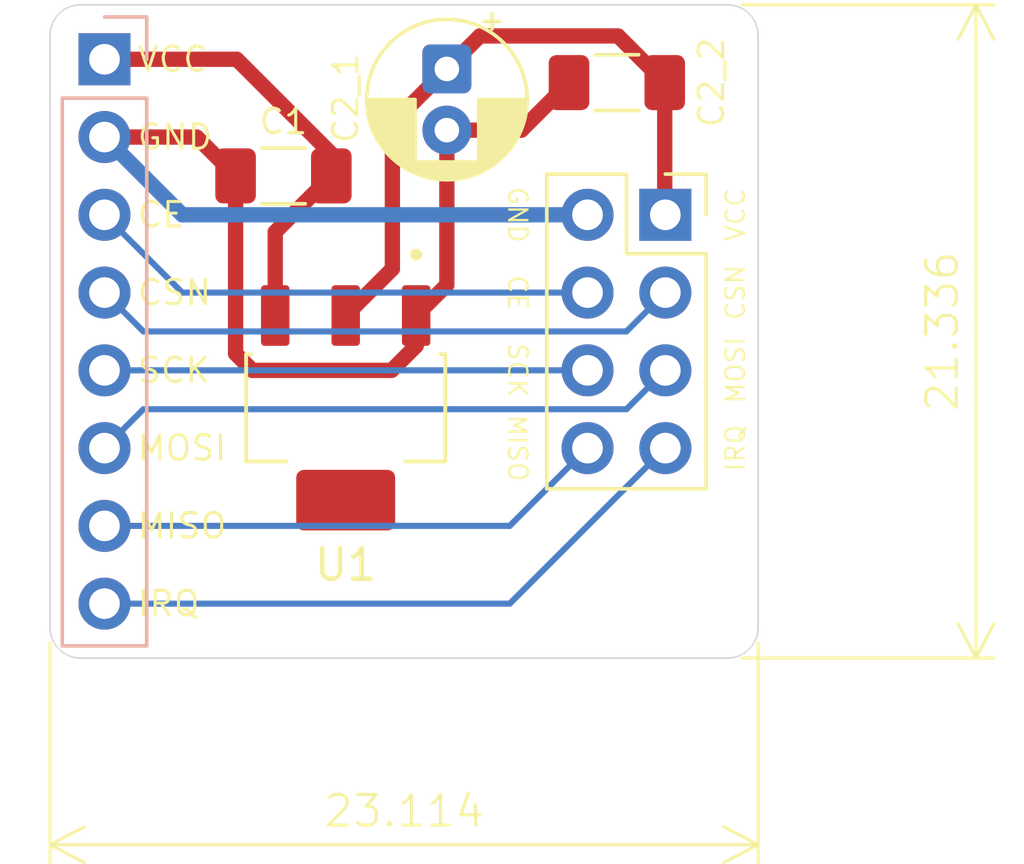
<source format=kicad_pcb>
(kicad_pcb (version 20241229) (generator "pcbnew") (generator_version "9.0")
  (layers (0 "F.Cu" signal) (2 "B.Cu" signal) (13 "F.Paste" user) (15 "B.Paste" user) (5 "F.SilkS" user "F.Silkscreen") (7 "B.SilkS" user "B.Silkscreen") (1 "F.Mask" user) (3 "B.Mask" user) (25 "Edge.Cuts" user))
  (net 0 "")
  (net 1 "IRQ")
  (net 2 "CSN")
  (net 3 "MOSI")
  (net 4 "SCk")
  (net 5 "MISO")
  (net 6 "VCC")
  (net 7 "CE")
  (net 8 "GND")
  (net 9 "3V3")
  (footprint "KiCad Models:LDL1117S50R_" (layer "F.Cu") (at 108.712 74.1225 -90)
    (property "Reference" "U1" (at 5.1255 0 0) (layer "F.SilkS"))
    (property "Value" "LDL1117S33R_")
    (fp_line (start -1.75 3.25) (end 1.75 3.25) (stroke (width 0.127)) (layer "F.SilkS"))
    (fp_line (start -1.75 3.25) (end -1.75 3.085) (stroke (width 0.127)) (layer "F.SilkS"))
    (fp_line (start 1.75 3.25) (end 1.75 1.935) (stroke (width 0.127)) (layer "F.SilkS"))
    (fp_line (start 1.75 -1.935) (end 1.75 -3.25) (stroke (width 0.127)) (layer "F.SilkS"))
    (fp_line (start -1.75 -3.25) (end -1.75 -3.085) (stroke (width 0.127)) (layer "F.SilkS"))
    (fp_line (start 1.75 -3.25) (end -1.75 -3.25) (stroke (width 0.127)) (layer "F.SilkS"))
    (fp_circle (center -5.005 -2.3) (end -4.905 -2.3) (stroke (width 0.2)) (fill no) (layer "F.SilkS"))
    (pad "1" smd roundrect (at -3.015 -2.3 270) (size 1.98 0.93) (layers "F.Cu" "F.Mask" "F.Paste") (roundrect_rratio 0.125) (net 8 "GND"))
    (pad "2" smd roundrect (at -3.015 0 270) (size 1.98 0.93) (layers "F.Cu" "F.Mask" "F.Paste") (roundrect_rratio 0.125) (net 9 "3V3"))
    (pad "3" smd roundrect (at -3.015 2.3 270) (size 1.98 0.93) (layers "F.Cu" "F.Mask" "F.Paste") (roundrect_rratio 0.125) (net 6 "VCC"))
    (pad "4" smd roundrect (at 3.015 0 270) (size 1.98 3.23) (layers "F.Cu" "F.Mask" "F.Paste") (roundrect_rratio 0.125))
  )
  (footprint "Capacitor_SMD:C_1206_3216Metric_Pad1.33x1.80mm_HandSolder" (layer "F.Cu") (at 117.5635 63.5 180)
    (property "Reference" "C2_2" (at -3.0865 0 90) (layer "F.SilkS") (effects (font (size 0.8 0.8) (thickness 0.1))))
    (property "Value" "10uF")
    (fp_line (start -0.711252 0.91) (end 0.711252 0.91) (stroke (width 0.12)) (layer "F.SilkS"))
    (fp_line (start -0.711252 -0.91) (end 0.711252 -0.91) (stroke (width 0.12)) (layer "F.SilkS"))
    (pad "1" smd roundrect (at -1.5625 0 180) (size 1.325 1.8) (layers "F.Cu" "F.Mask" "F.Paste") (roundrect_rratio 0.188679) (net 9 "3V3"))
    (pad "2" smd roundrect (at 1.5625 0 180) (size 1.325 1.8) (layers "F.Cu" "F.Mask" "F.Paste") (roundrect_rratio 0.188679) (net 8 "GND"))
  )
  (footprint "Capacitor_THT:CP_Radial_D5.0mm_P2.00mm" (layer "F.Cu") (at 112.014 63.052888 -90)
    (property "Reference" "C2_1" (at 0.955112 3.302 270) (layer "F.SilkS") (effects (font (size 0.8 0.8) (thickness 0.1))))
    (property "Value" "10uF")
    (fp_line (start 1 1.04) (end 1 2.58) (stroke (width 0.12)) (layer "F.SilkS"))
    (fp_line (start 1.04 1.04) (end 1.04 2.58) (stroke (width 0.12)) (layer "F.SilkS"))
    (fp_line (start 1.08 1.04) (end 1.08 2.579) (stroke (width 0.12)) (layer "F.SilkS"))
    (fp_line (start 1.12 1.04) (end 1.12 2.577) (stroke (width 0.12)) (layer "F.SilkS"))
    (fp_line (start 1.16 1.04) (end 1.16 2.575) (stroke (width 0.12)) (layer "F.SilkS"))
    (fp_line (start 1.2 1.04) (end 1.2 2.572) (stroke (width 0.12)) (layer "F.SilkS"))
    (fp_line (start 1.24 1.04) (end 1.24 2.569) (stroke (width 0.12)) (layer "F.SilkS"))
    (fp_line (start 1.28 1.04) (end 1.28 2.565) (stroke (width 0.12)) (layer "F.SilkS"))
    (fp_line (start 1.32 1.04) (end 1.32 2.56) (stroke (width 0.12)) (layer "F.SilkS"))
    (fp_line (start 1.36 1.04) (end 1.36 2.555) (stroke (width 0.12)) (layer "F.SilkS"))
    (fp_line (start 1.4 1.04) (end 1.4 2.549) (stroke (width 0.12)) (layer "F.SilkS"))
    (fp_line (start 1.44 1.04) (end 1.44 2.543) (stroke (width 0.12)) (layer "F.SilkS"))
    (fp_line (start 1.48 1.04) (end 1.48 2.536) (stroke (width 0.12)) (layer "F.SilkS"))
    (fp_line (start 1.52 1.04) (end 1.52 2.528) (stroke (width 0.12)) (layer "F.SilkS"))
    (fp_line (start 1.56 1.04) (end 1.56 2.519) (stroke (width 0.12)) (layer "F.SilkS"))
    (fp_line (start 1.6 1.04) (end 1.6 2.51) (stroke (width 0.12)) (layer "F.SilkS"))
    (fp_line (start 1.64 1.04) (end 1.64 2.501) (stroke (width 0.12)) (layer "F.SilkS"))
    (fp_line (start 1.68 1.04) (end 1.68 2.49) (stroke (width 0.12)) (layer "F.SilkS"))
    (fp_line (start 1.72 1.04) (end 1.72 2.479) (stroke (width 0.12)) (layer "F.SilkS"))
    (fp_line (start 1.76 1.04) (end 1.76 2.467) (stroke (width 0.12)) (layer "F.SilkS"))
    (fp_line (start 1.8 1.04) (end 1.8 2.455) (stroke (width 0.12)) (layer "F.SilkS"))
    (fp_line (start 1.84 1.04) (end 1.84 2.442) (stroke (width 0.12)) (layer "F.SilkS"))
    (fp_line (start 1.88 1.04) (end 1.88 2.428) (stroke (width 0.12)) (layer "F.SilkS"))
    (fp_line (start 1.92 1.04) (end 1.92 2.413) (stroke (width 0.12)) (layer "F.SilkS"))
    (fp_line (start 1.96 1.04) (end 1.96 2.398) (stroke (width 0.12)) (layer "F.SilkS"))
    (fp_line (start 2 1.04) (end 2 2.382) (stroke (width 0.12)) (layer "F.SilkS"))
    (fp_line (start 2.04 1.04) (end 2.04 2.365) (stroke (width 0.12)) (layer "F.SilkS"))
    (fp_line (start 2.08 1.04) (end 2.08 2.347) (stroke (width 0.12)) (layer "F.SilkS"))
    (fp_line (start 2.12 1.04) (end 2.12 2.329) (stroke (width 0.12)) (layer "F.SilkS"))
    (fp_line (start 2.16 1.04) (end 2.16 2.309) (stroke (width 0.12)) (layer "F.SilkS"))
    (fp_line (start 2.2 1.04) (end 2.2 2.289) (stroke (width 0.12)) (layer "F.SilkS"))
    (fp_line (start 2.24 1.04) (end 2.24 2.268) (stroke (width 0.12)) (layer "F.SilkS"))
    (fp_line (start 2.28 1.04) (end 2.28 2.246) (stroke (width 0.12)) (layer "F.SilkS"))
    (fp_line (start 2.32 1.04) (end 2.32 2.223) (stroke (width 0.12)) (layer "F.SilkS"))
    (fp_line (start 2.36 1.04) (end 2.36 2.199) (stroke (width 0.12)) (layer "F.SilkS"))
    (fp_line (start 2.4 1.04) (end 2.4 2.175) (stroke (width 0.12)) (layer "F.SilkS"))
    (fp_line (start 2.44 1.04) (end 2.44 2.149) (stroke (width 0.12)) (layer "F.SilkS"))
    (fp_line (start 2.48 1.04) (end 2.48 2.122) (stroke (width 0.12)) (layer "F.SilkS"))
    (fp_line (start 2.52 1.04) (end 2.52 2.094) (stroke (width 0.12)) (layer "F.SilkS"))
    (fp_line (start 2.56 1.04) (end 2.56 2.065) (stroke (width 0.12)) (layer "F.SilkS"))
    (fp_line (start 2.6 1.04) (end 2.6 2.035) (stroke (width 0.12)) (layer "F.SilkS"))
    (fp_line (start 2.64 1.04) (end 2.64 2.003) (stroke (width 0.12)) (layer "F.SilkS"))
    (fp_line (start 2.68 1.04) (end 2.68 1.97) (stroke (width 0.12)) (layer "F.SilkS"))
    (fp_line (start 2.72 1.04) (end 2.72 1.936) (stroke (width 0.12)) (layer "F.SilkS"))
    (fp_line (start 2.76 1.04) (end 2.76 1.901) (stroke (width 0.12)) (layer "F.SilkS"))
    (fp_line (start 2.8 1.04) (end 2.8 1.864) (stroke (width 0.12)) (layer "F.SilkS"))
    (fp_line (start 2.84 1.04) (end 2.84 1.825) (stroke (width 0.12)) (layer "F.SilkS"))
    (fp_line (start 2.88 1.04) (end 2.88 1.785) (stroke (width 0.12)) (layer "F.SilkS"))
    (fp_line (start 2.92 1.04) (end 2.92 1.743) (stroke (width 0.12)) (layer "F.SilkS"))
    (fp_line (start 2.96 1.04) (end 2.96 1.699) (stroke (width 0.12)) (layer "F.SilkS"))
    (fp_line (start 3 1.04) (end 3 1.652) (stroke (width 0.12)) (layer "F.SilkS"))
    (fp_line (start 3.6 -0.283) (end 3.6 0.283) (stroke (width 0.12)) (layer "F.SilkS"))
    (fp_line (start 3.56 -0.517) (end 3.56 0.517) (stroke (width 0.12)) (layer "F.SilkS"))
    (fp_line (start 3.52 -0.677) (end 3.52 0.677) (stroke (width 0.12)) (layer "F.SilkS"))
    (fp_line (start 3.48 -0.805) (end 3.48 0.805) (stroke (width 0.12)) (layer "F.SilkS"))
    (fp_line (start 3.44 -0.914) (end 3.44 0.914) (stroke (width 0.12)) (layer "F.SilkS"))
    (fp_line (start 3.4 -1.011) (end 3.4 1.011) (stroke (width 0.12)) (layer "F.SilkS"))
    (fp_line (start 3.36 -1.098) (end 3.36 1.098) (stroke (width 0.12)) (layer "F.SilkS"))
    (fp_line (start 3.32 -1.177) (end 3.32 1.177) (stroke (width 0.12)) (layer "F.SilkS"))
    (fp_line (start 3.28 -1.251) (end 3.28 1.251) (stroke (width 0.12)) (layer "F.SilkS"))
    (fp_line (start 3.24 -1.319) (end 3.24 1.319) (stroke (width 0.12)) (layer "F.SilkS"))
    (fp_line (start 3.2 -1.383) (end 3.2 1.383) (stroke (width 0.12)) (layer "F.SilkS"))
    (fp_line (start 3.16 -1.443) (end 3.16 1.443) (stroke (width 0.12)) (layer "F.SilkS"))
    (fp_line (start -1.804775 -1.475) (end -1.304775 -1.475) (stroke (width 0.12)) (layer "F.SilkS"))
    (fp_line (start 3.12 -1.499) (end 3.12 1.499) (stroke (width 0.12)) (layer "F.SilkS"))
    (fp_line (start 3.08 -1.553) (end 3.08 1.553) (stroke (width 0.12)) (layer "F.SilkS"))
    (fp_line (start 3.04 -1.604) (end 3.04 1.604) (stroke (width 0.12)) (layer "F.SilkS"))
    (fp_line (start 3 -1.652) (end 3 -1.04) (stroke (width 0.12)) (layer "F.SilkS"))
    (fp_line (start 2.96 -1.699) (end 2.96 -1.04) (stroke (width 0.12)) (layer "F.SilkS"))
    (fp_line (start -1.554775 -1.725) (end -1.554775 -1.225) (stroke (width 0.12)) (layer "F.SilkS"))
    (fp_line (start 2.92 -1.743) (end 2.92 -1.04) (stroke (width 0.12)) (layer "F.SilkS"))
    (fp_line (start 2.88 -1.785) (end 2.88 -1.04) (stroke (width 0.12)) (layer "F.SilkS"))
    (fp_line (start 2.84 -1.825) (end 2.84 -1.04) (stroke (width 0.12)) (layer "F.SilkS"))
    (fp_line (start 2.8 -1.864) (end 2.8 -1.04) (stroke (width 0.12)) (layer "F.SilkS"))
    (fp_line (start 2.76 -1.901) (end 2.76 -1.04) (stroke (width 0.12)) (layer "F.SilkS"))
    (fp_line (start 2.72 -1.936) (end 2.72 -1.04) (stroke (width 0.12)) (layer "F.SilkS"))
    (fp_line (start 2.68 -1.97) (end 2.68 -1.04) (stroke (width 0.12)) (layer "F.SilkS"))
    (fp_line (start 2.64 -2.003) (end 2.64 -1.04) (stroke (width 0.12)) (layer "F.SilkS"))
    (fp_line (start 2.6 -2.035) (end 2.6 -1.04) (stroke (width 0.12)) (layer "F.SilkS"))
    (fp_line (start 2.56 -2.065) (end 2.56 -1.04) (stroke (width 0.12)) (layer "F.SilkS"))
    (fp_line (start 2.52 -2.094) (end 2.52 -1.04) (stroke (width 0.12)) (layer "F.SilkS"))
    (fp_line (start 2.48 -2.122) (end 2.48 -1.04) (stroke (width 0.12)) (layer "F.SilkS"))
    (fp_line (start 2.44 -2.149) (end 2.44 -1.04) (stroke (width 0.12)) (layer "F.SilkS"))
    (fp_line (start 2.4 -2.175) (end 2.4 -1.04) (stroke (width 0.12)) (layer "F.SilkS"))
    (fp_line (start 2.36 -2.199) (end 2.36 -1.04) (stroke (width 0.12)) (layer "F.SilkS"))
    (fp_line (start 2.32 -2.223) (end 2.32 -1.04) (stroke (width 0.12)) (layer "F.SilkS"))
    (fp_line (start 2.28 -2.246) (end 2.28 -1.04) (stroke (width 0.12)) (layer "F.SilkS"))
    (fp_line (start 2.24 -2.268) (end 2.24 -1.04) (stroke (width 0.12)) (layer "F.SilkS"))
    (fp_line (start 2.2 -2.289) (end 2.2 -1.04) (stroke (width 0.12)) (layer "F.SilkS"))
    (fp_line (start 2.16 -2.309) (end 2.16 -1.04) (stroke (width 0.12)) (layer "F.SilkS"))
    (fp_line (start 2.12 -2.329) (end 2.12 -1.04) (stroke (width 0.12)) (layer "F.SilkS"))
    (fp_line (start 2.08 -2.347) (end 2.08 -1.04) (stroke (width 0.12)) (layer "F.SilkS"))
    (fp_line (start 2.04 -2.365) (end 2.04 -1.04) (stroke (width 0.12)) (layer "F.SilkS"))
    (fp_line (start 2 -2.382) (end 2 -1.04) (stroke (width 0.12)) (layer "F.SilkS"))
    (fp_line (start 1.96 -2.398) (end 1.96 -1.04) (stroke (width 0.12)) (layer "F.SilkS"))
    (fp_line (start 1.92 -2.413) (end 1.92 -1.04) (stroke (width 0.12)) (layer "F.SilkS"))
    (fp_line (start 1.88 -2.428) (end 1.88 -1.04) (stroke (width 0.12)) (layer "F.SilkS"))
    (fp_line (start 1.84 -2.442) (end 1.84 -1.04) (stroke (width 0.12)) (layer "F.SilkS"))
    (fp_line (start 1.8 -2.455) (end 1.8 -1.04) (stroke (width 0.12)) (layer "F.SilkS"))
    (fp_line (start 1.76 -2.467) (end 1.76 -1.04) (stroke (width 0.12)) (layer "F.SilkS"))
    (fp_line (start 1.72 -2.479) (end 1.72 -1.04) (stroke (width 0.12)) (layer "F.SilkS"))
    (fp_line (start 1.68 -2.49) (end 1.68 -1.04) (stroke (width 0.12)) (layer "F.SilkS"))
    (fp_line (start 1.64 -2.501) (end 1.64 -1.04) (stroke (width 0.12)) (layer "F.SilkS"))
    (fp_line (start 1.6 -2.51) (end 1.6 -1.04) (stroke (width 0.12)) (layer "F.SilkS"))
    (fp_line (start 1.56 -2.519) (end 1.56 -1.04) (stroke (width 0.12)) (layer "F.SilkS"))
    (fp_line (start 1.52 -2.528) (end 1.52 -1.04) (stroke (width 0.12)) (layer "F.SilkS"))
    (fp_line (start 1.48 -2.536) (end 1.48 -1.04) (stroke (width 0.12)) (layer "F.SilkS"))
    (fp_line (start 1.44 -2.543) (end 1.44 -1.04) (stroke (width 0.12)) (layer "F.SilkS"))
    (fp_line (start 1.4 -2.549) (end 1.4 -1.04) (stroke (width 0.12)) (layer "F.SilkS"))
    (fp_line (start 1.36 -2.555) (end 1.36 -1.04) (stroke (width 0.12)) (layer "F.SilkS"))
    (fp_line (start 1.32 -2.56) (end 1.32 -1.04) (stroke (width 0.12)) (layer "F.SilkS"))
    (fp_line (start 1.28 -2.565) (end 1.28 -1.04) (stroke (width 0.12)) (layer "F.SilkS"))
    (fp_line (start 1.24 -2.569) (end 1.24 -1.04) (stroke (width 0.12)) (layer "F.SilkS"))
    (fp_line (start 1.2 -2.572) (end 1.2 -1.04) (stroke (width 0.12)) (layer "F.SilkS"))
    (fp_line (start 1.16 -2.575) (end 1.16 -1.04) (stroke (width 0.12)) (layer "F.SilkS"))
    (fp_line (start 1.12 -2.577) (end 1.12 -1.04) (stroke (width 0.12)) (layer "F.SilkS"))
    (fp_line (start 1.08 -2.579) (end 1.08 -1.04) (stroke (width 0.12)) (layer "F.SilkS"))
    (fp_line (start 1 -2.58) (end 1 -1.04) (stroke (width 0.12)) (layer "F.SilkS"))
    (fp_line (start 1.04 -2.58) (end 1.04 -1.04) (stroke (width 0.12)) (layer "F.SilkS"))
    (fp_circle (center 1 0) (end 3.62 0) (stroke (width 0.12)) (fill no) (layer "F.SilkS"))
    (pad "1" thru_hole roundrect (at 0 0 270) (size 1.6 1.6) (drill 0.8) (layers "*.Cu" "*.Mask") (roundrect_rratio 0.15625) (net 9 "3V3"))
    (pad "2" thru_hole circle (at 2 0 270) (size 1.6 1.6) (drill 0.8) (layers "*.Cu" "*.Mask") (net 8 "GND"))
  )
  (footprint "Connector_PinSocket_2.54mm:PinSocket_2x04_P2.54mm_Vertical" (layer "F.Cu") (at 119.146 67.818)
    (property "Reference" "J1" (hide yes))
    (property "Value" "Module_In")
    (fp_line (start -3.87 -1.33) (end -3.87 8.95) (stroke (width 0.12)) (layer "F.SilkS"))
    (fp_line (start -3.87 -1.33) (end -1.27 -1.33) (stroke (width 0.12)) (layer "F.SilkS"))
    (fp_line (start -3.87 8.95) (end 1.33 8.95) (stroke (width 0.12)) (layer "F.SilkS"))
    (fp_line (start -1.27 -1.33) (end -1.27 1.27) (stroke (width 0.12)) (layer "F.SilkS"))
    (fp_line (start -1.27 1.27) (end 1.33 1.27) (stroke (width 0.12)) (layer "F.SilkS"))
    (fp_line (start 0 -1.33) (end 1.33 -1.33) (stroke (width 0.12)) (layer "F.SilkS"))
    (fp_line (start 1.33 -1.33) (end 1.33 0) (stroke (width 0.12)) (layer "F.SilkS"))
    (fp_line (start 1.33 1.27) (end 1.33 8.95) (stroke (width 0.12)) (layer "F.SilkS"))
    (pad "1" thru_hole rect (at 0 0) (size 1.7 1.7) (drill 1) (layers "*.Cu" "*.Mask") (net 9 "3V3"))
    (pad "2" thru_hole circle (at -2.54 0) (size 1.7 1.7) (drill 1) (layers "*.Cu" "*.Mask") (net 8 "GND"))
    (pad "3" thru_hole circle (at 0 2.54) (size 1.7 1.7) (drill 1) (layers "*.Cu" "*.Mask") (net 2 "CSN"))
    (pad "4" thru_hole circle (at -2.54 2.54) (size 1.7 1.7) (drill 1) (layers "*.Cu" "*.Mask") (net 7 "CE"))
    (pad "5" thru_hole circle (at 0 5.08) (size 1.7 1.7) (drill 1) (layers "*.Cu" "*.Mask") (net 3 "MOSI"))
    (pad "6" thru_hole circle (at -2.54 5.08) (size 1.7 1.7) (drill 1) (layers "*.Cu" "*.Mask") (net 4 "SCk"))
    (pad "7" thru_hole circle (at 0 7.62) (size 1.7 1.7) (drill 1) (layers "*.Cu" "*.Mask") (net 1 "IRQ"))
    (pad "8" thru_hole circle (at -2.54 7.62) (size 1.7 1.7) (drill 1) (layers "*.Cu" "*.Mask") (net 5 "MISO"))
  )
  (footprint "Capacitor_SMD:C_1206_3216Metric_Pad1.33x1.80mm_HandSolder" (layer "F.Cu") (at 106.68 66.548)
    (property "Reference" "C1" (at 0 -1.778 0) (layer "F.SilkS") (effects (font (size 0.8 0.8) (thickness 0.1))))
    (property "Value" "1uF")
    (fp_line (start -0.711252 -0.91) (end 0.711252 -0.91) (stroke (width 0.12)) (layer "F.SilkS"))
    (fp_line (start -0.711252 0.91) (end 0.711252 0.91) (stroke (width 0.12)) (layer "F.SilkS"))
    (pad "1" smd roundrect (at -1.5625 0) (size 1.325 1.8) (layers "F.Cu" "F.Mask" "F.Paste") (roundrect_rratio 0.188679) (net 8 "GND"))
    (pad "2" smd roundrect (at 1.5625 0) (size 1.325 1.8) (layers "F.Cu" "F.Mask" "F.Paste") (roundrect_rratio 0.188679) (net 6 "VCC"))
  )
  (footprint "Connector_PinHeader_2.54mm:PinHeader_1x08_P2.54mm_Vertical" (layer "B.Cu") (at 100.838 62.738 180)
    (property "Reference" "J2" (hide yes))
    (property "Value" "Breakout")
    (fp_line (start 1.38 -1.27) (end 1.38 -19.16) (stroke (width 0.12)) (layer "B.SilkS"))
    (fp_line (start -1.38 1.38) (end 0 1.38) (stroke (width 0.12)) (layer "B.SilkS"))
    (fp_line (start -1.38 0) (end -1.38 1.38) (stroke (width 0.12)) (layer "B.SilkS"))
    (fp_line (start -1.38 -1.27) (end 1.38 -1.27) (stroke (width 0.12)) (layer "B.SilkS"))
    (fp_line (start -1.38 -1.27) (end -1.38 -19.16) (stroke (width 0.12)) (layer "B.SilkS"))
    (fp_line (start -1.38 -19.16) (end 1.38 -19.16) (stroke (width 0.12)) (layer "B.SilkS"))
    (pad "1" thru_hole rect (at 0 0 180) (size 1.7 1.7) (drill 1) (layers "*.Cu" "*.Mask") (net 6 "VCC"))
    (pad "2" thru_hole circle (at 0 -2.54 180) (size 1.7 1.7) (drill 1) (layers "*.Cu" "*.Mask") (net 8 "GND"))
    (pad "3" thru_hole circle (at 0 -5.08 180) (size 1.7 1.7) (drill 1) (layers "*.Cu" "*.Mask") (net 7 "CE"))
    (pad "4" thru_hole circle (at 0 -7.62 180) (size 1.7 1.7) (drill 1) (layers "*.Cu" "*.Mask") (net 2 "CSN"))
    (pad "5" thru_hole circle (at 0 -10.16 180) (size 1.7 1.7) (drill 1) (layers "*.Cu" "*.Mask") (net 4 "SCk"))
    (pad "6" thru_hole circle (at 0 -12.7 180) (size 1.7 1.7) (drill 1) (layers "*.Cu" "*.Mask") (net 3 "MOSI"))
    (pad "7" thru_hole circle (at 0 -15.24 180) (size 1.7 1.7) (drill 1) (layers "*.Cu" "*.Mask") (net 5 "MISO"))
    (pad "8" thru_hole circle (at 0 -17.78 180) (size 1.7 1.7) (drill 1) (layers "*.Cu" "*.Mask") (net 1 "IRQ"))
  )
  (gr_line (start 121.174 82.296) (end 100.06 82.296) (stroke (width 0.05)) (layer "Edge.Cuts"))
  (gr_arc (start 122.174 81.296) (mid 121.881107 82.003107) (end 121.174 82.296) (stroke (width 0.05)) (layer "Edge.Cuts"))
  (gr_arc (start 99.06 61.96) (mid 99.352893 61.252893) (end 100.06 60.96) (stroke (width 0.05)) (layer "Edge.Cuts"))
  (gr_line (start 99.06 81.296) (end 99.06 61.96) (stroke (width 0.05)) (layer "Edge.Cuts"))
  (gr_line (start 100.06 60.96) (end 121.174 60.96) (stroke (width 0.05)) (layer "Edge.Cuts"))
  (gr_arc (start 100.06 82.296) (mid 99.352893 82.003107) (end 99.06 81.296) (stroke (width 0.05)) (layer "Edge.Cuts"))
  (gr_arc (start 121.174 60.96) (mid 121.881107 61.252893) (end 122.174 61.96) (stroke (width 0.05)) (layer "Edge.Cuts"))
  (gr_line (start 122.174 61.96) (end 122.174 81.296) (stroke (width 0.05)) (layer "Edge.Cuts"))
  (gr_text "SCK" (at 114.32 72.898 270) (layer "F.SilkS") (effects (font (size 0.6 0.6) (thickness 0.075))))
  (gr_text "VCC" (at 101.854 62.738 0) (layer "F.SilkS") (effects (font (size 0.8 0.8) (thickness 0.1)) (justify left)))
  (gr_text "CSN" (at 121.432 70.358 90) (layer "F.SilkS") (effects (font (size 0.6 0.6) (thickness 0.075))))
  (gr_text "MISO" (at 101.854 77.978 0) (layer "F.SilkS") (effects (font (size 0.8 0.8) (thickness 0.1)) (justify left)))
  (gr_text "MOSI" (at 121.432 72.898 90) (layer "F.SilkS") (effects (font (size 0.6 0.6) (thickness 0.075))))
  (gr_text "MOSI" (at 101.854 75.438 0) (layer "F.SilkS") (effects (font (size 0.8 0.8) (thickness 0.1)) (justify left)))
  (gr_text "SCK" (at 101.854 72.898 0) (layer "F.SilkS") (effects (font (size 0.8 0.8) (thickness 0.1)) (justify left)))
  (gr_text "GND" (at 101.854 65.278 0) (layer "F.SilkS") (effects (font (size 0.8 0.8) (thickness 0.1)) (justify left)))
  (gr_text "CSN" (at 101.854 70.358 0) (layer "F.SilkS") (effects (font (size 0.8 0.8) (thickness 0.1)) (justify left)))
  (gr_text "GND" (at 114.32 67.818 270) (layer "F.SilkS") (effects (font (size 0.6 0.6) (thickness 0.075))))
  (gr_text "MISO" (at 114.32 75.438 270) (layer "F.SilkS") (effects (font (size 0.6 0.6) (thickness 0.075))))
  (gr_text "IRQ" (at 101.854 80.518 0) (layer "F.SilkS") (effects (font (size 0.8 0.8) (thickness 0.1)) (justify left)))
  (gr_text "IRQ" (at 121.432 75.438 90) (layer "F.SilkS") (effects (font (size 0.6 0.6) (thickness 0.075))))
  (gr_text "CE" (at 101.854 67.818 0) (layer "F.SilkS") (effects (font (size 0.8 0.8) (thickness 0.1)) (justify left)))
  (gr_text "CE" (at 114.32 70.358 270) (layer "F.SilkS") (effects (font (size 0.6 0.6) (thickness 0.075))))
  (gr_text "VCC" (at 121.432 67.818 90) (layer "F.SilkS") (effects (font (size 0.6 0.6) (thickness 0.075))))
  (dimension (type orthogonal) (layer "F.SilkS") (pts (xy 122.174 81.296) (xy 99.06 81.296)) (height 7.096) (orientation 0) (format (prefix "") (suffix "") (units 3) (units_format 0) (precision 4) (suppress_zeroes yes)) (style (thickness 0.1) (arrow_length 1.27) (text_position_mode 0) (arrow_direction outward) (extension_height 0.58642) (extension_offset 0.5) (keep_text_aligned yes)) (gr_text "23.114" (at 110.617 87.292 0) (layer "F.SilkS") (effects (font (size 1 1) (thickness 0.1)))))
  (dimension (type orthogonal) (layer "F.SilkS") (pts (xy 121.158 82.296) (xy 121.158 60.96)) (height 8.128) (orientation 1) (format (prefix "") (suffix "") (units 3) (units_format 0) (precision 4) (suppress_zeroes yes)) (style (thickness 0.1) (arrow_length 1.27) (text_position_mode 0) (arrow_direction outward) (extension_height 0.58642) (extension_offset 0.5) (keep_text_aligned yes)) (gr_text "21.336" (at 128.186 71.628 90) (layer "F.SilkS") (effects (font (size 1 1) (thickness 0.1)))))
  (segment (start 100.838 80.518) (end 114.066 80.518) (width 0.2) (layer "B.Cu") (net 1))
  (segment (start 114.066 80.518) (end 119.146 75.438) (width 0.2) (layer "B.Cu") (net 1))
  (segment (start 117.876 71.628) (end 119.146 70.358) (width 0.2) (layer "B.Cu") (net 2))
  (segment (start 102.108 71.628) (end 117.876 71.628) (width 0.2) (layer "B.Cu") (net 2))
  (segment (start 100.838 70.358) (end 102.108 71.628) (width 0.2) (layer "B.Cu") (net 2))
  (segment (start 102.108 74.168) (end 117.876 74.168) (width 0.2) (layer "B.Cu") (net 3))
  (segment (start 100.838 75.438) (end 102.108 74.168) (width 0.2) (layer "B.Cu") (net 3))
  (segment (start 117.876 74.168) (end 119.146 72.898) (width 0.2) (layer "B.Cu") (net 3))
  (segment (start 100.838 72.898) (end 116.606 72.898) (width 0.2) (layer "B.Cu") (net 4))
  (segment (start 116.606 75.438) (end 114.066 77.978) (width 0.2) (layer "B.Cu") (net 5))
  (segment (start 114.066 77.978) (end 100.838 77.978) (width 0.2) (layer "B.Cu") (net 5))
  (segment (start 105.156 62.738) (end 108.2425 65.8245) (width 0.5) (layer "F.Cu") (net 6))
  (segment (start 108.2425 65.8245) (end 108.2425 66.548) (width 0.5) (layer "F.Cu") (net 6))
  (segment (start 108.2425 66.548) (end 106.412 68.3785) (width 0.5) (layer "F.Cu") (net 6))
  (segment (start 100.838 62.738) (end 105.156 62.738) (width 0.5) (layer "F.Cu") (net 6))
  (segment (start 106.412 68.3785) (end 106.412 71.1075) (width 0.5) (layer "F.Cu") (net 6))
  (segment (start 100.838 67.818) (end 103.378 70.358) (width 0.2) (layer "B.Cu") (net 7))
  (segment (start 103.378 70.358) (end 116.606 70.358) (width 0.2) (layer "B.Cu") (net 7))
  (segment (start 105.1175 66.548) (end 105.1175 72.3515) (width 0.5) (layer "F.Cu") (net 8))
  (segment (start 110.2115 72.898) (end 111.012 72.0975) (width 0.5) (layer "F.Cu") (net 8))
  (segment (start 114.448112 65.052888) (end 116.001 63.5) (width 0.5) (layer "F.Cu") (net 8))
  (segment (start 100.838 65.278) (end 103.8475 65.278) (width 0.5) (layer "F.Cu") (net 8))
  (segment (start 112.014 70.1055) (end 111.012 71.1075) (width 0.5) (layer "F.Cu") (net 8))
  (segment (start 112.014 65.052888) (end 112.014 70.1055) (width 0.5) (layer "F.Cu") (net 8))
  (segment (start 105.1175 72.3515) (end 105.664 72.898) (width 0.5) (layer "F.Cu") (net 8))
  (segment (start 111.012 72.0975) (end 111.012 71.1075) (width 0.5) (layer "F.Cu") (net 8))
  (segment (start 112.014 65.052888) (end 114.448112 65.052888) (width 0.5) (layer "F.Cu") (net 8))
  (segment (start 103.8475 65.278) (end 105.1175 66.548) (width 0.5) (layer "F.Cu") (net 8))
  (segment (start 105.664 72.898) (end 110.2115 72.898) (width 0.5) (layer "F.Cu") (net 8))
  (segment (start 100.838 65.278) (end 103.378 67.818) (width 0.5) (layer "B.Cu") (net 8))
  (segment (start 103.378 67.818) (end 116.606 67.818) (width 0.5) (layer "B.Cu") (net 8))
  (segment (start 108.712 71.1075) (end 110.236 69.5835) (width 0.5) (layer "F.Cu") (net 9))
  (segment (start 119.126 67.798) (end 119.146 67.818) (width 0.5) (layer "F.Cu") (net 9))
  (segment (start 119.126 63.5) (end 119.126 67.798) (width 0.5) (layer "F.Cu") (net 9))
  (segment (start 117.602 61.976) (end 119.126 63.5) (width 0.5) (layer "F.Cu") (net 9))
  (segment (start 110.236 64.830888) (end 112.014 63.052888) (width 0.5) (layer "F.Cu") (net 9))
  (segment (start 110.236 69.5835) (end 110.236 64.830888) (width 0.5) (layer "F.Cu") (net 9))
  (segment (start 112.014 63.052888) (end 113.090888 61.976) (width 0.5) (layer "F.Cu") (net 9))
  (segment (start 113.090888 61.976) (end 117.602 61.976) (width 0.5) (layer "F.Cu") (net 9))
)
</source>
